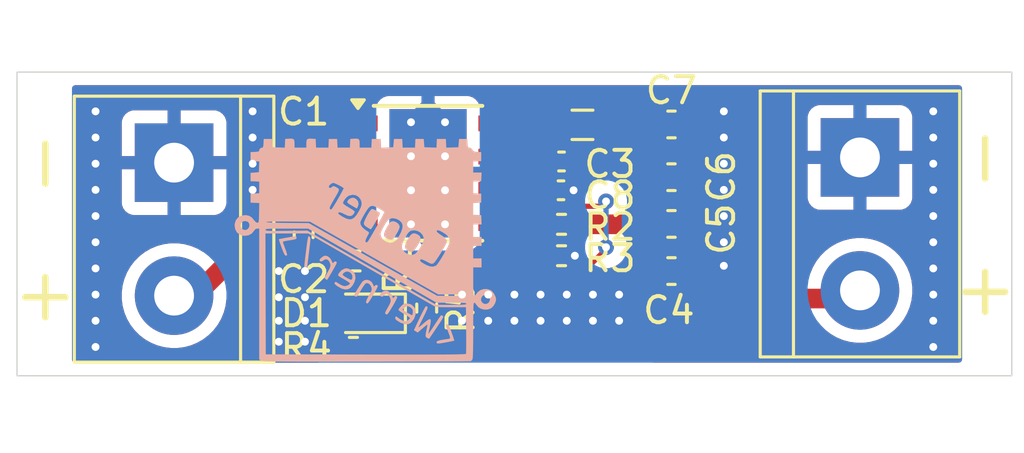
<source format=kicad_pcb>
(kicad_pcb (version 20241229) (generator "pcbnew") (generator_version "9.0")
  (layers (0 "F.Cu" signal) (2 "B.Cu" signal) (13 "F.Paste" user) (15 "B.Paste" user) (5 "F.SilkS" user "F.Silkscreen") (7 "B.SilkS" user "B.Silkscreen") (1 "F.Mask" user) (3 "B.Mask" user) (25 "Edge.Cuts" user))
  (net 0 "")
  (net 1 "VDC")
  (net 2 "GND")
  (net 3 "+5V")
  (net 4 "PG")
  (net 5 "/SW")
  (net 6 "/VCC")
  (net 7 "/FB")
  (net 8 "Net-(D1-K)")
  (net 9 "/BOOT")
  (footprint "Package_SO:Texas_HSOP-8-1EP_3.9x4.9mm_P1.27mm_ThermalVias" (layer "F.Cu") (at 135.7 73.365)
    (property "Reference" "U1" (hide yes))
    (property "Value" "LMR33630ADDA")
    (pad "1" smd rect (at -2.7 -1.905) (size 1.55 0.6) (layers "F.Cu" "F.Mask" "F.Paste") (net 2 "GND"))
    (pad "2" smd rect (at -2.7 -0.635) (size 1.55 0.6) (layers "F.Cu" "F.Mask" "F.Paste") (net 1 "VDC"))
    (pad "3" smd rect (at -2.7 0.635) (size 1.55 0.6) (layers "F.Cu" "F.Mask" "F.Paste") (net 1 "VDC"))
    (pad "4" smd rect (at -2.7 1.905) (size 1.55 0.6) (layers "F.Cu" "F.Mask" "F.Paste") (net 4 "PG"))
    (pad "5" smd rect (at 2.7 1.905) (size 1.55 0.6) (layers "F.Cu" "F.Mask" "F.Paste") (net 7 "/FB"))
    (pad "6" smd rect (at 2.7 0.635) (size 1.55 0.6) (layers "F.Cu" "F.Mask" "F.Paste") (net 6 "/VCC"))
    (pad "7" smd rect (at 2.7 -0.635) (size 1.55 0.6) (layers "F.Cu" "F.Mask" "F.Paste") (net 9 "/BOOT"))
    (pad "8" smd rect (at 2.7 -1.905) (size 1.55 0.6) (layers "F.Cu" "F.Mask" "F.Paste") (net 5 "/SW"))
    (pad "9" thru_hole circle (at -0.65 -1.95) (size 0.6 0.6) (drill 0.3) (layers "*.Cu") (net 2 "GND"))
    (pad "9" thru_hole circle (at -0.65 -0.65) (size 0.6 0.6) (drill 0.3) (layers "*.Cu") (net 2 "GND"))
    (pad "9" thru_hole circle (at -0.65 0.65) (size 0.6 0.6) (drill 0.3) (layers "*.Cu") (net 2 "GND"))
    (pad "9" thru_hole circle (at -0.65 1.95) (size 0.6 0.6) (drill 0.3) (layers "*.Cu") (net 2 "GND"))
    (pad "9" smd rect (at 0 0) (size 2.95 4.9) (layers "F.Cu") (net 2 "GND"))
    (pad "9" smd rect (at 0 0) (size 2.95 4.9) (layers "B.Cu") (net 2 "GND"))
    (pad "9" thru_hole circle (at 0.65 -1.95) (size 0.6 0.6) (drill 0.3) (layers "*.Cu") (net 2 "GND"))
    (pad "9" thru_hole circle (at 0.65 -0.65) (size 0.6 0.6) (drill 0.3) (layers "*.Cu") (net 2 "GND"))
    (pad "9" thru_hole circle (at 0.65 0.65) (size 0.6 0.6) (drill 0.3) (layers "*.Cu") (net 2 "GND"))
    (pad "9" thru_hole circle (at 0.65 1.95) (size 0.6 0.6) (drill 0.3) (layers "*.Cu") (net 2 "GND"))
  )
  (footprint "Inductor_SMD:L_0805_2012Metric" (layer "F.Cu") (at 141.6 71.515 180)
    (property "Reference" "L1" (hide yes))
    (property "Value" "8uH")
    (pad "1" smd roundrect (at -1.0625 0 180) (size 0.875 1.2) (layers "F.Cu" "F.Mask" "F.Paste") (net 3 "+5V"))
    (pad "2" smd roundrect (at 1.0625 0 180) (size 0.875 1.2) (layers "F.Cu" "F.Mask" "F.Paste") (net 5 "/SW"))
  )
  (footprint "Capacitor_SMD:C_0603_1608Metric" (layer "F.Cu") (at 145 77.1 180)
    (property "Reference" "C4" (at 0.1 -1.5 180) (layer "F.SilkS"))
    (property "Value" "22uF")
    (pad "1" smd roundrect (at -0.775 0 180) (size 0.9 0.95) (layers "F.Cu" "F.Mask" "F.Paste") (net 2 "GND"))
    (pad "2" smd roundrect (at 0.775 0 180) (size 0.9 0.95) (layers "F.Cu" "F.Mask" "F.Paste") (net 3 "+5V"))
  )
  (footprint "LED_SMD:LED_0603_1608Metric" (layer "F.Cu") (at 133.35 78.715 180)
    (property "Reference" "D1" (at 2.3 0 0) (layer "F.SilkS"))
    (property "Value" "LED")
    (pad "1" smd roundrect (at -0.7875 0 180) (size 0.875 0.95) (layers "F.Cu" "F.Mask" "F.Paste") (net 8 "Net-(D1-K)"))
    (pad "2" smd roundrect (at 0.7875 0 180) (size 0.875 0.95) (layers "F.Cu" "F.Mask" "F.Paste") (net 4 "PG"))
  )
  (footprint "Capacitor_SMD:C_0603_1608Metric" (layer "F.Cu") (at 145 71.5 180)
    (property "Reference" "C7" (at 0 1.3 180) (layer "F.SilkS"))
    (property "Value" "22uF")
    (pad "1" smd roundrect (at -0.775 0 180) (size 0.9 0.95) (layers "F.Cu" "F.Mask" "F.Paste") (net 2 "GND"))
    (pad "2" smd roundrect (at 0.775 0 180) (size 0.9 0.95) (layers "F.Cu" "F.Mask" "F.Paste") (net 3 "+5V"))
  )
  (footprint "Resistor_SMD:R_0402_1005Metric" (layer "F.Cu") (at 140.8 76.515)
    (property "Reference" "R3" (at 1.85 0.1 0) (layer "F.SilkS"))
    (property "Value" "24.9K")
    (pad "1" smd roundrect (at -0.51 0) (size 0.54 0.64) (layers "F.Cu" "F.Mask" "F.Paste") (net 7 "/FB"))
    (pad "2" smd roundrect (at 0.51 0) (size 0.54 0.64) (layers "F.Cu" "F.Mask" "F.Paste") (net 2 "GND"))
  )
  (footprint "Capacitor_SMD:C_0603_1608Metric" (layer "F.Cu") (at 145 73.515 180)
    (property "Reference" "C6" (at -1.9 0.015 90) (layer "F.SilkS"))
    (property "Value" "22uF")
    (pad "1" smd roundrect (at -0.775 0 180) (size 0.9 0.95) (layers "F.Cu" "F.Mask" "F.Paste") (net 2 "GND"))
    (pad "2" smd roundrect (at 0.775 0 180) (size 0.9 0.95) (layers "F.Cu" "F.Mask" "F.Paste") (net 3 "+5V"))
  )
  (footprint "TerminalBlock:TerminalBlock_bornier-2_P5.08mm" (layer "F.Cu") (at 152.2 72.76 -90)
    (property "Reference" "J2" (hide yes))
    (property "Value" "Screw_Terminal_01x02")
    (pad "1" thru_hole rect (at 0 0 270) (size 3 3) (drill 1.52) (layers "*.Cu" "*.Mask") (net 2 "GND"))
    (pad "2" thru_hole circle (at 5.08 0 270) (size 3 3) (drill 1.52) (layers "*.Cu" "*.Mask") (net 3 "+5V"))
  )
  (footprint "Resistor_SMD:R_0402_1005Metric" (layer "F.Cu") (at 132.95 76.715 180)
    (property "Reference" "R1" (at -1.6 -0.3 90) (layer "F.SilkS"))
    (property "Value" "100K")
    (pad "1" smd roundrect (at -0.51 0 180) (size 0.54 0.64) (layers "F.Cu" "F.Mask" "F.Paste") (net 6 "/VCC"))
    (pad "2" smd roundrect (at 0.51 0 180) (size 0.54 0.64) (layers "F.Cu" "F.Mask" "F.Paste") (net 4 "PG"))
  )
  (footprint "TerminalBlock:TerminalBlock_bornier-2_P5.08mm" (layer "F.Cu") (at 126 78.04 90)
    (property "Reference" "J1" (hide yes))
    (property "Value" "Screw_Terminal_01x02")
    (pad "1" thru_hole circle (at 0 0 90) (size 3 3) (drill 1.52) (layers "*.Cu" "*.Mask") (net 1 "VDC"))
    (pad "2" thru_hole rect (at 5.08 0 90) (size 3 3) (drill 1.52) (layers "*.Cu" "*.Mask") (net 2 "GND"))
  )
  (footprint "Resistor_SMD:R_0402_1005Metric" (layer "F.Cu") (at 140.8 75.315 180)
    (property "Reference" "R2" (at -1.85 -0.1 0) (layer "F.SilkS"))
    (property "Value" "100K")
    (pad "1" smd roundrect (at -0.51 0 180) (size 0.54 0.64) (layers "F.Cu" "F.Mask" "F.Paste") (net 3 "+5V"))
    (pad "2" smd roundrect (at 0.51 0 180) (size 0.54 0.64) (layers "F.Cu" "F.Mask" "F.Paste") (net 7 "/FB"))
  )
  (footprint "Capacitor_SMD:C_0402_1005Metric" (layer "F.Cu") (at 130.95 75.715 -90)
    (property "Reference" "C2" (at 1.7 0 0) (layer "F.SilkS"))
    (property "Value" "220nF")
    (pad "1" smd roundrect (at -0.48 0 270) (size 0.56 0.62) (layers "F.Cu" "F.Mask" "F.Paste") (net 1 "VDC"))
    (pad "2" smd roundrect (at 0.48 0 270) (size 0.56 0.62) (layers "F.Cu" "F.Mask" "F.Paste") (net 2 "GND"))
  )
  (footprint "Capacitor_SMD:C_0402_1005Metric" (layer "F.Cu") (at 140.78 74.015 180)
    (property "Reference" "C8" (at -1.87 -0.2 180) (layer "F.SilkS"))
    (property "Value" "1uF")
    (pad "1" smd roundrect (at -0.48 0 180) (size 0.56 0.62) (layers "F.Cu" "F.Mask" "F.Paste") (net 2 "GND"))
    (pad "2" smd roundrect (at 0.48 0 180) (size 0.56 0.62) (layers "F.Cu" "F.Mask" "F.Paste") (net 6 "/VCC"))
  )
  (footprint "Resistor_SMD:R_0402_1005Metric" (layer "F.Cu") (at 135.65 78.515 90)
    (property "Reference" "R5" (at 0 1.3 90) (layer "F.SilkS"))
    (property "Value" "220")
    (pad "1" smd roundrect (at -0.51 0 90) (size 0.54 0.64) (layers "F.Cu" "F.Mask" "F.Paste") (net 8 "Net-(D1-K)"))
    (pad "2" smd roundrect (at 0.51 0 90) (size 0.54 0.64) (layers "F.Cu" "F.Mask" "F.Paste") (net 2 "GND"))
  )
  (footprint "Capacitor_SMD:C_0603_1608Metric" (layer "F.Cu") (at 145 75.3 180)
    (property "Reference" "C5" (at -1.9 -0.2 90) (layer "F.SilkS"))
    (property "Value" "22uF")
    (pad "1" smd roundrect (at -0.775 0 180) (size 0.9 0.95) (layers "F.Cu" "F.Mask" "F.Paste") (net 2 "GND"))
    (pad "2" smd roundrect (at 0.775 0 180) (size 0.9 0.95) (layers "F.Cu" "F.Mask" "F.Paste") (net 3 "+5V"))
  )
  (footprint "Capacitor_SMD:C_0402_1005Metric" (layer "F.Cu") (at 140.8 72.915)
    (property "Reference" "C3" (at 1.85 0.1 180) (layer "F.SilkS"))
    (property "Value" "0.1uF")
    (pad "1" smd roundrect (at -0.48 0) (size 0.56 0.62) (layers "F.Cu" "F.Mask" "F.Paste") (net 9 "/BOOT"))
    (pad "2" smd roundrect (at 0.48 0) (size 0.56 0.62) (layers "F.Cu" "F.Mask" "F.Paste") (net 5 "/SW"))
  )
  (footprint "Resistor_SMD:R_0402_1005Metric" (layer "F.Cu") (at 132.85 80.015)
    (property "Reference" "R4" (at -1.8 0 0) (layer "F.SilkS"))
    (property "Value" "10K")
    (pad "1" smd roundrect (at -0.51 0) (size 0.54 0.64) (layers "F.Cu" "F.Mask" "F.Paste") (net 4 "PG"))
    (pad "2" smd roundrect (at 0.51 0) (size 0.54 0.64) (layers "F.Cu" "F.Mask" "F.Paste") (net 3 "+5V"))
  )
  (footprint "Capacitor_SMD:C_0603_1608Metric" (layer "F.Cu") (at 130.95 73.115 90)
    (property "Reference" "C1" (at 2.1 0 180) (layer "F.SilkS"))
    (property "Value" "10uF")
    (pad "1" smd roundrect (at -0.775 0 90) (size 0.9 0.95) (layers "F.Cu" "F.Mask" "F.Paste") (net 1 "VDC"))
    (pad "2" smd roundrect (at 0.775 0 90) (size 0.9 0.95) (layers "F.Cu" "F.Mask" "F.Paste") (net 2 "GND"))
  )
  (footprint "LOGO" (layer "B.Cu") (at 133.3 76.3 180)
    (property "Reference" "G***" (hide yes))
    (property "Value" "LOGO" (hide yes))
  )
  (gr_rect (start 120 69.5) (end 158 81.1) (stroke (width 0.05)) (fill no) (layer "Edge.Cuts"))
  (gr_text "+" (at 158 79.3 90) (layer "F.SilkS") (effects (font (size 2 2) (thickness 0.25)) (justify left bottom)))
  (gr_text "-" (at 122.1 74.4 90) (layer "F.SilkS") (effects (font (size 2 2) (thickness 0.25)) (justify left bottom)))
  (gr_text "-" (at 158 74.2 90) (layer "F.SilkS") (effects (font (size 2 2) (thickness 0.25)) (justify left bottom)))
  (gr_text "+" (at 122.1 79.5 90) (layer "F.SilkS") (effects (font (size 2 2) (thickness 0.25)) (justify left bottom)))
  (segment (start 131.25 74) (end 133 74) (width 0.75) (layer "F.Cu") (net 1))
  (segment (start 130.95 74.3) (end 130.95 75.235) (width 0.75) (layer "F.Cu") (net 1))
  (segment (start 130.95 74.3) (end 131.25 74) (width 0.75) (layer "F.Cu") (net 1))
  (segment (start 133 72.73) (end 133 74) (width 0.75) (layer "F.Cu") (net 1))
  (segment (start 126.8 78.04) (end 130.95 73.89) (width 0.75) (layer "F.Cu") (net 1))
  (segment (start 126 78.04) (end 126.8 78.04) (width 0.75) (layer "F.Cu") (net 1))
  (segment (start 130.95 73.89) (end 130.95 74.3) (width 0.75) (layer "F.Cu") (net 1))
  (via (at 155 78) (size 0.6) (drill 0.3) (layers "F.Cu" "B.Cu") (net 2))
  (via (at 147 73) (size 0.6) (drill 0.3) (layers "F.Cu" "B.Cu") (net 2))
  (via (at 123 76) (size 0.6) (drill 0.3) (layers "F.Cu" "B.Cu") (net 2))
  (via (at 138 79) (size 0.6) (drill 0.3) (layers "F.Cu" "B.Cu") (net 2))
  (via (at 155 74) (size 0.6) (drill 0.3) (layers "F.Cu" "B.Cu") (net 2))
  (via (at 131 79) (size 0.6) (drill 0.3) (layers "F.Cu" "B.Cu") (net 2))
  (via (at 147 76) (size 0.6) (drill 0.3) (layers "F.Cu" "B.Cu") (net 2))
  (via (at 123 74) (size 0.6) (drill 0.3) (layers "F.Cu" "B.Cu") (net 2))
  (via (at 155 80) (size 0.6) (drill 0.3) (layers "F.Cu" "B.Cu") (net 2))
  (via (at 130 79.8) (size 0.6) (drill 0.3) (layers "F.Cu" "B.Cu") (net 2))
  (via (at 147 76.9) (size 0.6) (drill 0.3) (layers "F.Cu" "B.Cu") (net 2))
  (via (at 155 73) (size 0.6) (drill 0.3) (layers "F.Cu" "B.Cu") (net 2))
  (via (at 130 79) (size 0.6) (drill 0.3) (layers "F.Cu" "B.Cu") (net 2))
  (via (at 131 77.1) (size 0.6) (drill 0.3) (layers "F.Cu" "B.Cu") (net 2))
  (via (at 155 75) (size 0.6) (drill 0.3) (layers "F.Cu" "B.Cu") (net 2))
  (via (at 155 71) (size 0.6) (drill 0.3) (layers "F.Cu" "B.Cu") (net 2))
  (via (at 147 71) (size 0.6) (drill 0.3) (layers "F.Cu" "B.Cu") (net 2))
  (via (at 141.31 76.515) (size 0.6) (drill 0.3) (layers "F.Cu" "B.Cu") (net 2))
  (via (at 130 77.1) (size 0.6) (drill 0.3) (layers "F.Cu" "B.Cu") (net 2))
  (via (at 123 72) (size 0.6) (drill 0.3) (layers "F.Cu" "B.Cu") (net 2))
  (via (at 139 78) (size 0.6) (drill 0.3) (layers "F.Cu" "B.Cu") (net 2))
  (via (at 137 78) (size 0.6) (drill 0.3) (layers "F.Cu" "B.Cu") (net 2))
  (via (at 147 75) (size 0.6) (drill 0.3) (layers "F.Cu" "B.Cu") (net 2))
  (via (at 141 79) (size 0.6) (drill 0.3) (layers "F.Cu" "B.Cu") (net 2))
  (via (at 137 79) (size 0.6) (drill 0.3) (layers "F.Cu" "B.Cu") (net 2))
  (via (at 139 79) (size 0.6) (drill 0.3) (layers "F.Cu" "B.Cu") (net 2))
  (via (at 142 79) (size 0.6) (drill 0.3) (layers "F.Cu" "B.Cu") (net 2))
  (via (at 123 75) (size 0.6) (drill 0.3) (layers "F.Cu" "B.Cu") (net 2))
  (via (at 155 79) (size 0.6) (drill 0.3) (layers "F.Cu" "B.Cu") (net 2))
  (via (at 143 78) (size 0.6) (drill 0.3) (layers "F.Cu" "B.Cu") (net 2))
  (via (at 142 78) (size 0.6) (drill 0.3) (layers "F.Cu" "B.Cu") (net 2))
  (via (at 140 78) (size 0.6) (drill 0.3) (layers "F.Cu" "B.Cu") (net 2))
  (via (at 123 71) (size 0.6) (drill 0.3) (layers "F.Cu" "B.Cu") (net 2))
  (via (at 155 77) (size 0.6) (drill 0.3) (layers "F.Cu" "B.Cu") (net 2))
  (via (at 141 78) (size 0.6) (drill 0.3) (layers "F.Cu" "B.Cu") (net 2))
  (via (at 129 72) (size 0.6) (drill 0.3) (layers "F.Cu" "B.Cu") (net 2))
  (via (at 123 73) (size 0.6) (drill 0.3) (layers "F.Cu" "B.Cu") (net 2))
  (via (at 130 78.1) (size 0.6) (drill 0.3) (layers "F.Cu" "B.Cu") (net 2))
  (via (at 129 71) (size 0.6) (drill 0.3) (layers "F.Cu" "B.Cu") (net 2))
  (via (at 131 79.8) (size 0.6) (drill 0.3) (layers "F.Cu" "B.Cu") (net 2))
  (via (at 140 79) (size 0.6) (drill 0.3) (layers "F.Cu" "B.Cu") (net 2))
  (via (at 123 78) (size 0.6) (drill 0.3) (layers "F.Cu" "B.Cu") (net 2))
  (via (at 141.26 74.015) (size 0.6) (drill 0.3) (layers "F.Cu" "B.Cu") (net 2))
  (via (at 129 74) (size 0.6) (drill 0.3) (layers "F.Cu" "B.Cu") (net 2))
  (via (at 123 77) (size 0.6) (drill 0.3) (layers "F.Cu" "B.Cu") (net 2))
  (via (at 138 78) (size 0.6) (drill 0.3) (layers "F.Cu" "B.Cu") (net 2))
  (via (at 155 76) (size 0.6) (drill 0.3) (layers "F.Cu" "B.Cu") (net 2))
  (via (at 123 79) (size 0.6) (drill 0.3) (layers "F.Cu" "B.Cu") (net 2))
  (via (at 131 78.1) (size 0.6) (drill 0.3) (layers "F.Cu" "B.Cu") (net 2))
  (via (at 129 73) (size 0.6) (drill 0.3) (layers "F.Cu" "B.Cu") (net 2))
  (via (at 123 80) (size 0.6) (drill 0.3) (layers "F.Cu" "B.Cu") (net 2))
  (via (at 147 74) (size 0.6) (drill 0.3) (layers "F.Cu" "B.Cu") (net 2))
  (via (at 143 79) (size 0.6) (drill 0.3) (layers "F.Cu" "B.Cu") (net 2))
  (via (at 147 72) (size 0.6) (drill 0.3) (layers "F.Cu" "B.Cu") (net 2))
  (via (at 155 72) (size 0.6) (drill 0.3) (layers "F.Cu" "B.Cu") (net 2))
  (segment (start 141.31 75.315) (end 143.825 75.315) (width 0.75) (layer "F.Cu") (net 3))
  (segment (start 144.225 71.5) (end 144.225 73.515) (width 0.75) (layer "F.Cu") (net 3))
  (segment (start 143.34798 80.015) (end 133.36 80.015) (width 0.75) (layer "F.Cu") (net 3))
  (segment (start 144.225 75.3) (end 144.225 77.1) (width 0.75) (layer "F.Cu") (net 3))
  (segment (start 144.225 77.1) (end 144.225 77.16402) (width 0.75) (layer "F.Cu") (net 3))
  (segment (start 151.889 78.151) (end 152.2 77.84) (width 0.75) (layer "F.Cu") (net 3))
  (segment (start 144.125 71.515) (end 144.225 71.415) (width 0.75) (layer "F.Cu") (net 3))
  (segment (start 145.21198 78.151) (end 151.889 78.151) (width 0.75) (layer "F.Cu") (net 3))
  (segment (start 144.225 73.515) (end 144.225 75.3) (width 0.75) (layer "F.Cu") (net 3))
  (segment (start 145.21198 78.151) (end 143.34798 80.015) (width 0.75) (layer "F.Cu") (net 3))
  (segment (start 142.6625 71.515) (end 144.125 71.515) (width 0.75) (layer "F.Cu") (net 3))
  (segment (start 144.225 77.16402) (end 145.21198 78.151) (width 0.75) (layer "F.Cu") (net 3))
  (segment (start 132.5625 78.715) (end 132.34 78.9375) (width 0.2) (layer "F.Cu") (net 4))
  (segment (start 132.44 78.5925) (end 132.5625 78.715) (width 0.2) (layer "F.Cu") (net 4))
  (segment (start 133 76.155) (end 132.44 76.715) (width 0.2) (layer "F.Cu") (net 4))
  (segment (start 133 75.27) (end 133 76.155) (width 0.2) (layer "F.Cu") (net 4))
  (segment (start 132.44 76.715) (end 132.44 78.5925) (width 0.2) (layer "F.Cu") (net 4))
  (segment (start 132.34 78.9375) (end 132.34 80.015) (width 0.2) (layer "F.Cu") (net 4))
  (segment (start 140.5375 71.515) (end 141.28 72.2575) (width 0.75) (layer "F.Cu") (net 5))
  (segment (start 141.28 72.2575) (end 141.28 72.915) (width 0.75) (layer "F.Cu") (net 5))
  (segment (start 140.4825 71.46) (end 140.5375 71.515) (width 0.75) (layer "F.Cu") (net 5))
  (segment (start 138.4 71.46) (end 140.4825 71.46) (width 0.75) (layer "F.Cu") (net 5))
  (segment (start 140.285 74) (end 140.3 74.015) (width 0.2) (layer "F.Cu") (net 6))
  (segment (start 139.6 74) (end 140.285 74) (width 0.2) (layer "F.Cu") (net 6))
  (segment (start 142.314 74.626) (end 142.5 74.44) (width 0.2) (layer "F.Cu") (net 6))
  (segment (start 133.881 77.136) (end 133.46 76.715) (width 0.2) (layer "F.Cu") (net 6))
  (segment (start 142.5 76.26534) (end 141.62934 77.136) (width 0.2) (layer "F.Cu") (net 6))
  (segment (start 138.4 74) (end 139.6 74) (width 0.2) (layer "F.Cu") (net 6))
  (segment (start 141.62934 77.136) (end 133.881 77.136) (width 0.2) (layer "F.Cu") (net 6))
  (segment (start 140.911 74.626) (end 142.314 74.626) (width 0.2) (layer "F.Cu") (net 6))
  (segment (start 140.3 74.015) (end 140.911 74.626) (width 0.2) (layer "F.Cu") (net 6))
  (segment (start 142.5 76.19) (end 142.5 76.26534) (width 0.2) (layer "F.Cu") (net 6))
  (via (at 142.5 76.19) (size 0.6) (drill 0.3) (layers "F.Cu" "B.Cu") (net 6))
  (via (at 142.5 74.44) (size 0.6) (drill 0.3) (layers "F.Cu" "B.Cu") (net 6))
  (segment (start 142.5 74.44) (end 142.5 76.19) (width 0.2) (layer "B.Cu") (net 6))
  (segment (start 140.245 75.27) (end 140.29 75.315) (width 0.2) (layer "F.Cu") (net 7))
  (segment (start 140.29 76.515) (end 140.29 75.315) (width 0.2) (layer "F.Cu") (net 7))
  (segment (start 138.4 75.27) (end 140.245 75.27) (width 0.2) (layer "F.Cu") (net 7))
  (segment (start 134.1375 78.715) (end 135.34 78.715) (width 0.2) (layer "F.Cu") (net 8))
  (segment (start 135.34 78.715) (end 135.65 79.025) (width 0.2) (layer "F.Cu") (net 8))
  (segment (start 138.4 72.73) (end 140.135 72.73) (width 0.75) (layer "F.Cu") (net 9))
  (segment (start 140.135 72.73) (end 140.32 72.915) (width 0.75) (layer "F.Cu") (net 9))
  (zone (net 2) (net_name "GND") (layers "F.Cu" "B.Cu") (connect_pads (clearance 0.5)) (min_thickness 0.25) (fill yes (thermal_gap 0.5) (thermal_bridge_width 0.5))
    (polygon (pts (xy 122.1 69.5) (xy 156.1 69.5) (xy 156.1 81.1) (xy 122.1 81.1)))
  )
)
</source>
